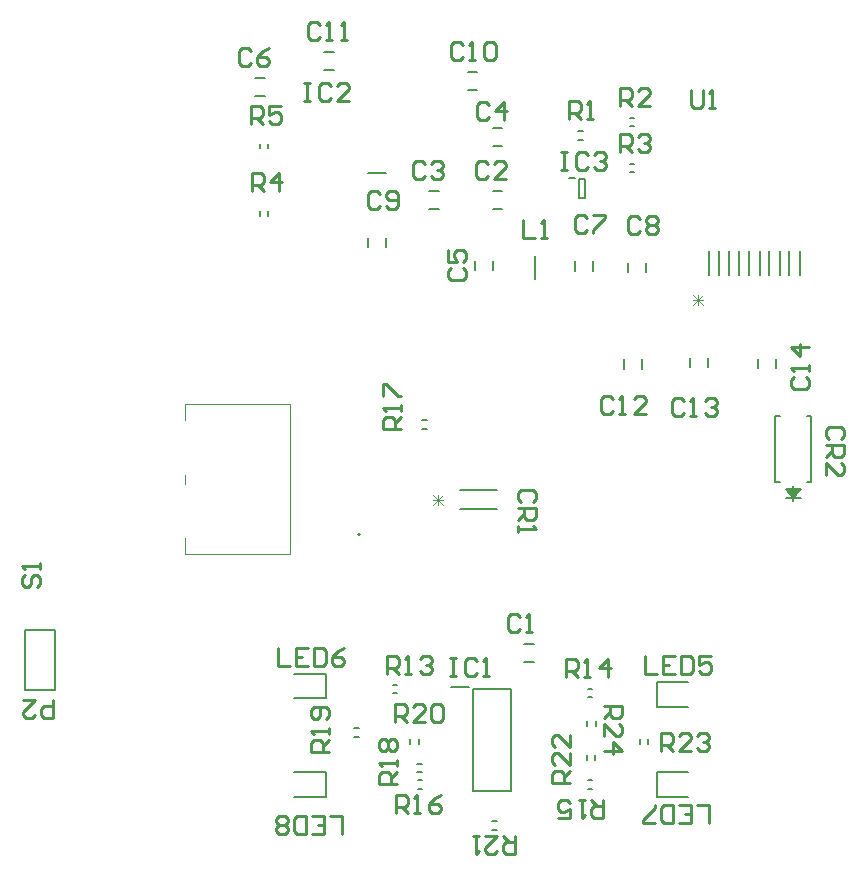
<source format=gto>
G04*
G04 #@! TF.GenerationSoftware,Altium Limited,Altium Designer,22.2.1 (43)*
G04*
G04 Layer_Color=65535*
%FSLAX25Y25*%
%MOIN*%
G70*
G04*
G04 #@! TF.SameCoordinates,1B490597-E986-4BE8-99EB-E72609ADCA5A*
G04*
G04*
G04 #@! TF.FilePolarity,Positive*
G04*
G01*
G75*
%ADD10C,0.00787*%
%ADD11C,0.00394*%
%ADD12C,0.00600*%
%ADD13C,0.00300*%
%ADD14C,0.01000*%
D10*
X114974Y-189598D02*
G03*
X114974Y-188810I0J394D01*
G01*
D02*
G03*
X114974Y-189598I0J-394D01*
G01*
X203347Y-133890D02*
Y-130740D01*
X209253Y-133890D02*
Y-130740D01*
X231353Y-133390D02*
Y-130240D01*
X225447Y-133390D02*
Y-130240D01*
X247947Y-133675D02*
Y-130525D01*
X253853Y-133675D02*
Y-130525D01*
X84778Y-60440D02*
Y-58865D01*
X82022Y-60440D02*
Y-58865D01*
X84778Y-82835D02*
Y-81260D01*
X82022Y-82835D02*
Y-81260D01*
X173800Y-104037D02*
Y-96163D01*
X188215Y-70619D02*
X190183D01*
Y-76918D02*
Y-70619D01*
X188215Y-76918D02*
X190183D01*
X188215D02*
Y-70619D01*
X184967Y-70225D02*
X186837D01*
X117977Y-68757D02*
X123981D01*
X80440Y-42953D02*
X83590D01*
X80440Y-37047D02*
X83590D01*
X151325Y-40953D02*
X154475D01*
X151325Y-35047D02*
X154475D01*
X118024Y-93275D02*
Y-90125D01*
X123930Y-93275D02*
Y-90125D01*
X103410Y-34153D02*
X106560D01*
X103410Y-28247D02*
X106560D01*
X188013Y-54722D02*
X189587D01*
X188013Y-57478D02*
X189587D01*
X205213Y-50322D02*
X206787D01*
X205213Y-53078D02*
X206787D01*
X138425Y-74647D02*
X141575D01*
X138425Y-80553D02*
X141575D01*
X159525Y-74647D02*
X162675D01*
X159525Y-80553D02*
X162675D01*
X205165Y-68278D02*
X206740D01*
X205165Y-65522D02*
X206740D01*
X204647Y-101775D02*
Y-98625D01*
X210553Y-101775D02*
Y-98625D01*
X187047Y-101175D02*
Y-98025D01*
X192953Y-101175D02*
Y-98025D01*
X170110Y-231553D02*
X173260D01*
X170110Y-225647D02*
X173260D01*
X13700Y-241000D02*
Y-221000D01*
X3700D02*
X13700D01*
X3700Y-241000D02*
Y-221000D01*
Y-241000D02*
X13700D01*
X214210Y-238366D02*
X224643D01*
X214210Y-246634D02*
Y-238366D01*
Y-246634D02*
X224643D01*
X153029Y-240472D02*
X165628D01*
Y-274528D02*
Y-240472D01*
X153029Y-274528D02*
X165628D01*
X153029D02*
Y-240472D01*
X145549Y-239843D02*
X151651D01*
X93457Y-243734D02*
X103890D01*
Y-235466D01*
X93457D02*
X103890D01*
X191165Y-243278D02*
X192740D01*
X191165Y-240522D02*
X192740D01*
X126213Y-239322D02*
X127787D01*
X126213Y-242078D02*
X127787D01*
X159525Y-59653D02*
X162675D01*
X159525Y-53747D02*
X162675D01*
X159653Y-100975D02*
Y-97825D01*
X153747Y-100975D02*
Y-97825D01*
X214210Y-268366D02*
X224643D01*
X214210Y-276634D02*
Y-268366D01*
Y-276634D02*
X224643D01*
X191165Y-273878D02*
X192740D01*
X191165Y-271122D02*
X192740D01*
X93457Y-276634D02*
X103890D01*
Y-268366D01*
X93457D02*
X103890D01*
X134560Y-271122D02*
X136135D01*
X134560Y-273878D02*
X136135D01*
X136013Y-153878D02*
X137587D01*
X136013Y-151122D02*
X137587D01*
X134413Y-268278D02*
X135987D01*
X134413Y-265522D02*
X135987D01*
X113360Y-256484D02*
X114935D01*
X113360Y-253728D02*
X114935D01*
X132122Y-258846D02*
Y-257271D01*
X134878Y-258846D02*
Y-257271D01*
X159465Y-287478D02*
X161040D01*
X159465Y-284722D02*
X161040D01*
X193778Y-264187D02*
Y-262613D01*
X191022Y-264187D02*
Y-262613D01*
X211378Y-258846D02*
Y-257271D01*
X208622Y-258846D02*
Y-257271D01*
X191122Y-252940D02*
Y-251365D01*
X193878Y-252940D02*
Y-251365D01*
D11*
X57100Y-151015D02*
Y-145700D01*
X92139D01*
Y-195700D02*
Y-145700D01*
X57100Y-195700D02*
X92139D01*
X57100D02*
Y-190385D01*
Y-172275D02*
Y-169125D01*
D12*
X261886Y-102500D02*
Y-94510D01*
X255193Y-102500D02*
Y-94510D01*
X248500Y-102500D02*
Y-94510D01*
X241807Y-102500D02*
Y-94510D01*
X235114Y-102500D02*
Y-94510D01*
X258286Y-102500D02*
Y-94510D01*
X251593Y-102500D02*
Y-94510D01*
X244900Y-102500D02*
Y-94510D01*
X238207Y-102500D02*
Y-94510D01*
X231514Y-102500D02*
Y-94510D01*
X148790Y-174242D02*
X161010D01*
X148790Y-180558D02*
X161010D01*
X264360Y-171500D02*
X265800D01*
X253800D02*
X255240D01*
X253800D02*
Y-149700D01*
X264360D02*
X265800D01*
Y-171500D02*
Y-149700D01*
X257300Y-174000D02*
X262300D01*
X259800Y-177000D02*
X260300Y-174000D01*
X259800Y-177000D02*
X260800Y-174000D01*
X259800Y-177000D02*
X261300Y-174000D01*
X259800Y-177000D02*
X261800Y-174000D01*
X259800Y-177000D02*
X262300Y-174000D01*
X259300D02*
X259800Y-177000D01*
X258800Y-174000D02*
X259800Y-177000D01*
X258300Y-174000D02*
X259800Y-177000D01*
X257800Y-174000D02*
X259800Y-177000D01*
X257300Y-174000D02*
X259800Y-177000D01*
X257300D02*
X262300D01*
X259800Y-178000D02*
Y-173000D01*
X253800Y-149700D02*
X255240D01*
D13*
X226218Y-109135D02*
X229550Y-112467D01*
X226218D02*
X229550Y-109135D01*
X226218Y-110801D02*
X229550D01*
X227884Y-112467D02*
Y-109135D01*
X139700Y-176035D02*
X143032Y-179367D01*
X139700D02*
X143032Y-176035D01*
X139700Y-177701D02*
X143032D01*
X141366Y-179367D02*
Y-176035D01*
D14*
X260001Y-136599D02*
X259001Y-137599D01*
Y-139598D01*
X260001Y-140598D01*
X263999D01*
X264999Y-139598D01*
Y-137599D01*
X263999Y-136599D01*
X264999Y-134599D02*
Y-132600D01*
Y-133600D01*
X259001D01*
X260001Y-134599D01*
X264999Y-126602D02*
X259001D01*
X262000Y-129601D01*
Y-125602D01*
X225801Y-41101D02*
Y-46099D01*
X226801Y-47099D01*
X228800D01*
X229800Y-46099D01*
Y-41101D01*
X231799Y-47099D02*
X233799D01*
X232799D01*
Y-41101D01*
X231799Y-42101D01*
X223201Y-144701D02*
X222201Y-143701D01*
X220202D01*
X219202Y-144701D01*
Y-148699D01*
X220202Y-149699D01*
X222201D01*
X223201Y-148699D01*
X225201Y-149699D02*
X227200D01*
X226200D01*
Y-143701D01*
X225201Y-144701D01*
X230199D02*
X231199Y-143701D01*
X233198D01*
X234198Y-144701D01*
Y-145700D01*
X233198Y-146700D01*
X232198D01*
X233198D01*
X234198Y-147700D01*
Y-148699D01*
X233198Y-149699D01*
X231199D01*
X230199Y-148699D01*
X199501Y-143801D02*
X198502Y-142801D01*
X196502D01*
X195502Y-143801D01*
Y-147799D01*
X196502Y-148799D01*
X198502D01*
X199501Y-147799D01*
X201501Y-148799D02*
X203500D01*
X202500D01*
Y-142801D01*
X201501Y-143801D01*
X210498Y-148799D02*
X206499D01*
X210498Y-144800D01*
Y-143801D01*
X209498Y-142801D01*
X207499D01*
X206499Y-143801D01*
X78902Y-52399D02*
Y-46401D01*
X81901D01*
X82900Y-47401D01*
Y-49400D01*
X81901Y-50400D01*
X78902D01*
X80901D02*
X82900Y-52399D01*
X88898Y-46401D02*
X84900D01*
Y-49400D01*
X86899Y-48400D01*
X87899D01*
X88898Y-49400D01*
Y-51399D01*
X87899Y-52399D01*
X85899D01*
X84900Y-51399D01*
X79302Y-74499D02*
Y-68501D01*
X82301D01*
X83300Y-69501D01*
Y-71500D01*
X82301Y-72500D01*
X79302D01*
X81301D02*
X83300Y-74499D01*
X88299D02*
Y-68501D01*
X85300Y-71500D01*
X89298D01*
X202000Y-61500D02*
Y-55502D01*
X204999D01*
X205999Y-56502D01*
Y-58501D01*
X204999Y-59501D01*
X202000D01*
X203999D02*
X205999Y-61500D01*
X207998Y-56502D02*
X208998Y-55502D01*
X210997D01*
X211997Y-56502D01*
Y-57501D01*
X210997Y-58501D01*
X209997D01*
X210997D01*
X211997Y-59501D01*
Y-60500D01*
X210997Y-61500D01*
X208998D01*
X207998Y-60500D01*
X202100Y-46300D02*
Y-40302D01*
X205099D01*
X206099Y-41302D01*
Y-43301D01*
X205099Y-44301D01*
X202100D01*
X204099D02*
X206099Y-46300D01*
X212097D02*
X208098D01*
X212097Y-42301D01*
Y-41302D01*
X211097Y-40302D01*
X209098D01*
X208098Y-41302D01*
X184900Y-50700D02*
Y-44702D01*
X187899D01*
X188899Y-45702D01*
Y-47701D01*
X187899Y-48701D01*
X184900D01*
X186899D02*
X188899Y-50700D01*
X190898D02*
X192897D01*
X191898D01*
Y-44702D01*
X190898Y-45702D01*
X169801Y-84201D02*
Y-90199D01*
X173800D01*
X175799D02*
X177799D01*
X176799D01*
Y-84201D01*
X175799Y-85201D01*
X182402Y-61501D02*
X184402D01*
X183402D01*
Y-67499D01*
X182402D01*
X184402D01*
X191400Y-62501D02*
X190400Y-61501D01*
X188400D01*
X187401Y-62501D01*
Y-66499D01*
X188400Y-67499D01*
X190400D01*
X191400Y-66499D01*
X193399Y-62501D02*
X194399Y-61501D01*
X196398D01*
X197398Y-62501D01*
Y-63500D01*
X196398Y-64500D01*
X195398D01*
X196398D01*
X197398Y-65500D01*
Y-66499D01*
X196398Y-67499D01*
X194399D01*
X193399Y-66499D01*
X96500Y-38702D02*
X98499D01*
X97500D01*
Y-44700D01*
X96500D01*
X98499D01*
X105497Y-39702D02*
X104497Y-38702D01*
X102498D01*
X101498Y-39702D01*
Y-43700D01*
X102498Y-44700D01*
X104497D01*
X105497Y-43700D01*
X111495Y-44700D02*
X107496D01*
X111495Y-40701D01*
Y-39702D01*
X110495Y-38702D01*
X108496D01*
X107496Y-39702D01*
X101899Y-19302D02*
X100899Y-18302D01*
X98900D01*
X97900Y-19302D01*
Y-23300D01*
X98900Y-24300D01*
X100899D01*
X101899Y-23300D01*
X103898Y-24300D02*
X105897D01*
X104898D01*
Y-18302D01*
X103898Y-19302D01*
X108896Y-24300D02*
X110896D01*
X109896D01*
Y-18302D01*
X108896Y-19302D01*
X149799Y-26102D02*
X148799Y-25102D01*
X146800D01*
X145800Y-26102D01*
Y-30100D01*
X146800Y-31100D01*
X148799D01*
X149799Y-30100D01*
X151798Y-31100D02*
X153797D01*
X152798D01*
Y-25102D01*
X151798Y-26102D01*
X156796D02*
X157796Y-25102D01*
X159795D01*
X160795Y-26102D01*
Y-30100D01*
X159795Y-31100D01*
X157796D01*
X156796Y-30100D01*
Y-26102D01*
X121999Y-75602D02*
X120999Y-74602D01*
X119000D01*
X118000Y-75602D01*
Y-79600D01*
X119000Y-80600D01*
X120999D01*
X121999Y-79600D01*
X123998D02*
X124998Y-80600D01*
X126997D01*
X127997Y-79600D01*
Y-75602D01*
X126997Y-74602D01*
X124998D01*
X123998Y-75602D01*
Y-76601D01*
X124998Y-77601D01*
X127997D01*
X208699Y-84102D02*
X207699Y-83102D01*
X205700D01*
X204700Y-84102D01*
Y-88100D01*
X205700Y-89100D01*
X207699D01*
X208699Y-88100D01*
X210698Y-84102D02*
X211698Y-83102D01*
X213697D01*
X214697Y-84102D01*
Y-85101D01*
X213697Y-86101D01*
X214697Y-87101D01*
Y-88100D01*
X213697Y-89100D01*
X211698D01*
X210698Y-88100D01*
Y-87101D01*
X211698Y-86101D01*
X210698Y-85101D01*
Y-84102D01*
X211698Y-86101D02*
X213697D01*
X191099Y-83502D02*
X190099Y-82502D01*
X188100D01*
X187100Y-83502D01*
Y-87500D01*
X188100Y-88500D01*
X190099D01*
X191099Y-87500D01*
X193098Y-82502D02*
X197097D01*
Y-83502D01*
X193098Y-87500D01*
Y-88500D01*
X78899Y-28102D02*
X77899Y-27102D01*
X75900D01*
X74900Y-28102D01*
Y-32100D01*
X75900Y-33100D01*
X77899D01*
X78899Y-32100D01*
X84897Y-27102D02*
X82897Y-28102D01*
X80898Y-30101D01*
Y-32100D01*
X81898Y-33100D01*
X83897D01*
X84897Y-32100D01*
Y-31101D01*
X83897Y-30101D01*
X80898D01*
X136899Y-65702D02*
X135899Y-64702D01*
X133900D01*
X132900Y-65702D01*
Y-69700D01*
X133900Y-70700D01*
X135899D01*
X136899Y-69700D01*
X138898Y-65702D02*
X139898Y-64702D01*
X141897D01*
X142897Y-65702D01*
Y-66701D01*
X141897Y-67701D01*
X140897D01*
X141897D01*
X142897Y-68701D01*
Y-69700D01*
X141897Y-70700D01*
X139898D01*
X138898Y-69700D01*
X157999Y-65702D02*
X156999Y-64702D01*
X155000D01*
X154000Y-65702D01*
Y-69700D01*
X155000Y-70700D01*
X156999D01*
X157999Y-69700D01*
X163997Y-70700D02*
X159998D01*
X163997Y-66701D01*
Y-65702D01*
X162997Y-64702D01*
X160998D01*
X159998Y-65702D01*
X168599Y-216702D02*
X167599Y-215702D01*
X165600D01*
X164600Y-216702D01*
Y-220700D01*
X165600Y-221700D01*
X167599D01*
X168599Y-220700D01*
X170598Y-221700D02*
X172597D01*
X171598D01*
Y-215702D01*
X170598Y-216702D01*
X275799Y-157401D02*
X276799Y-156402D01*
Y-154402D01*
X275799Y-153403D01*
X271801D01*
X270801Y-154402D01*
Y-156402D01*
X271801Y-157401D01*
X270801Y-159401D02*
X276799D01*
Y-162400D01*
X275799Y-163399D01*
X273800D01*
X272800Y-162400D01*
Y-159401D01*
Y-161400D02*
X270801Y-163399D01*
Y-169397D02*
Y-165399D01*
X274800Y-169397D01*
X275799D01*
X276799Y-168398D01*
Y-166398D01*
X275799Y-165399D01*
X173148Y-178449D02*
X174148Y-177449D01*
Y-175450D01*
X173148Y-174450D01*
X169150D01*
X168150Y-175450D01*
Y-177449D01*
X169150Y-178449D01*
X168150Y-180448D02*
X174148D01*
Y-183447D01*
X173148Y-184447D01*
X171149D01*
X170149Y-183447D01*
Y-180448D01*
Y-182447D02*
X168150Y-184447D01*
Y-186446D02*
Y-188445D01*
Y-187446D01*
X174148D01*
X173148Y-186446D01*
X3701Y-202700D02*
X2701Y-203700D01*
Y-205699D01*
X3701Y-206699D01*
X4700D01*
X5700Y-205699D01*
Y-203700D01*
X6700Y-202700D01*
X7699D01*
X8699Y-203700D01*
Y-205699D01*
X7699Y-206699D01*
X8699Y-200701D02*
Y-198701D01*
Y-199701D01*
X2701D01*
X3701Y-200701D01*
X196501Y-246403D02*
X202499D01*
Y-249402D01*
X201499Y-250401D01*
X199500D01*
X198500Y-249402D01*
Y-246403D01*
Y-248402D02*
X196501Y-250401D01*
Y-256399D02*
Y-252401D01*
X200500Y-256399D01*
X201499D01*
X202499Y-255400D01*
Y-253400D01*
X201499Y-252401D01*
X196501Y-261398D02*
X202499D01*
X199500Y-258399D01*
Y-262397D01*
X215503Y-261399D02*
Y-255401D01*
X218502D01*
X219501Y-256401D01*
Y-258400D01*
X218502Y-259400D01*
X215503D01*
X217502D02*
X219501Y-261399D01*
X225499D02*
X221501D01*
X225499Y-257400D01*
Y-256401D01*
X224500Y-255401D01*
X222500D01*
X221501Y-256401D01*
X227499D02*
X228498Y-255401D01*
X230498D01*
X231497Y-256401D01*
Y-257400D01*
X230498Y-258400D01*
X229498D01*
X230498D01*
X231497Y-259400D01*
Y-260399D01*
X230498Y-261399D01*
X228498D01*
X227499Y-260399D01*
X185299Y-272097D02*
X179301D01*
Y-269098D01*
X180301Y-268099D01*
X182300D01*
X183300Y-269098D01*
Y-272097D01*
Y-270098D02*
X185299Y-268099D01*
Y-262101D02*
Y-266099D01*
X181300Y-262101D01*
X180301D01*
X179301Y-263100D01*
Y-265100D01*
X180301Y-266099D01*
X185299Y-256103D02*
Y-260101D01*
X181300Y-256103D01*
X180301D01*
X179301Y-257102D01*
Y-259102D01*
X180301Y-260101D01*
X166998Y-289501D02*
Y-295499D01*
X163999D01*
X162999Y-294499D01*
Y-292500D01*
X163999Y-291500D01*
X166998D01*
X164998D02*
X162999Y-289501D01*
X157001D02*
X161000D01*
X157001Y-293500D01*
Y-294499D01*
X158001Y-295499D01*
X160000D01*
X161000Y-294499D01*
X155002Y-289501D02*
X153002D01*
X154002D01*
Y-295499D01*
X155002Y-294499D01*
X126903Y-251599D02*
Y-245601D01*
X129902D01*
X130901Y-246601D01*
Y-248600D01*
X129902Y-249600D01*
X126903D01*
X128902D02*
X130901Y-251599D01*
X136899D02*
X132901D01*
X136899Y-247600D01*
Y-246601D01*
X135900Y-245601D01*
X133900D01*
X132901Y-246601D01*
X138899D02*
X139898Y-245601D01*
X141898D01*
X142897Y-246601D01*
Y-250599D01*
X141898Y-251599D01*
X139898D01*
X138899Y-250599D01*
Y-246601D01*
X104999Y-261498D02*
X99001D01*
Y-258499D01*
X100001Y-257499D01*
X102000D01*
X103000Y-258499D01*
Y-261498D01*
Y-259498D02*
X104999Y-257499D01*
Y-255500D02*
Y-253500D01*
Y-254500D01*
X99001D01*
X100001Y-255500D01*
X103999Y-250501D02*
X104999Y-249501D01*
Y-247502D01*
X103999Y-246502D01*
X100001D01*
X99001Y-247502D01*
Y-249501D01*
X100001Y-250501D01*
X101000D01*
X102000Y-249501D01*
Y-246502D01*
X127799Y-272398D02*
X121801D01*
Y-269398D01*
X122801Y-268399D01*
X124800D01*
X125800Y-269398D01*
Y-272398D01*
Y-270398D02*
X127799Y-268399D01*
Y-266400D02*
Y-264400D01*
Y-265400D01*
X121801D01*
X122801Y-266400D01*
Y-261401D02*
X121801Y-260402D01*
Y-258402D01*
X122801Y-257402D01*
X123800D01*
X124800Y-258402D01*
X125800Y-257402D01*
X126799D01*
X127799Y-258402D01*
Y-260402D01*
X126799Y-261401D01*
X125800D01*
X124800Y-260402D01*
X123800Y-261401D01*
X122801D01*
X124800Y-260402D02*
Y-258402D01*
X128850Y-153850D02*
X122852D01*
Y-150851D01*
X123852Y-149851D01*
X125851D01*
X126851Y-150851D01*
Y-153850D01*
Y-151851D02*
X128850Y-149851D01*
Y-147852D02*
Y-145853D01*
Y-146852D01*
X122852D01*
X123852Y-147852D01*
X122852Y-142854D02*
Y-138855D01*
X123852D01*
X127850Y-142854D01*
X128850D01*
X127202Y-282099D02*
Y-276101D01*
X130201D01*
X131201Y-277101D01*
Y-279100D01*
X130201Y-280100D01*
X127202D01*
X129202D02*
X131201Y-282099D01*
X133201D02*
X135200D01*
X134200D01*
Y-276101D01*
X133201Y-277101D01*
X142198Y-276101D02*
X140198Y-277101D01*
X138199Y-279100D01*
Y-281099D01*
X139199Y-282099D01*
X141198D01*
X142198Y-281099D01*
Y-280100D01*
X141198Y-279100D01*
X138199D01*
X196198Y-277701D02*
Y-283699D01*
X193199D01*
X192199Y-282699D01*
Y-280700D01*
X193199Y-279700D01*
X196198D01*
X194198D02*
X192199Y-277701D01*
X190199D02*
X188200D01*
X189200D01*
Y-283699D01*
X190199Y-282699D01*
X181202Y-283699D02*
X185201D01*
Y-280700D01*
X183202Y-281700D01*
X182202D01*
X181202Y-280700D01*
Y-278701D01*
X182202Y-277701D01*
X184201D01*
X185201Y-278701D01*
X184102Y-236599D02*
Y-230601D01*
X187101D01*
X188101Y-231601D01*
Y-233600D01*
X187101Y-234600D01*
X184102D01*
X186102D02*
X188101Y-236599D01*
X190101D02*
X192100D01*
X191100D01*
Y-230601D01*
X190101Y-231601D01*
X198098Y-236599D02*
Y-230601D01*
X195099Y-233600D01*
X199098D01*
X124202Y-235499D02*
Y-229501D01*
X127201D01*
X128201Y-230501D01*
Y-232500D01*
X127201Y-233500D01*
X124202D01*
X126202D02*
X128201Y-235499D01*
X130201D02*
X132200D01*
X131200D01*
Y-229501D01*
X130201Y-230501D01*
X135199D02*
X136199Y-229501D01*
X138198D01*
X139198Y-230501D01*
Y-231500D01*
X138198Y-232500D01*
X137198D01*
X138198D01*
X139198Y-233500D01*
Y-234499D01*
X138198Y-235499D01*
X136199D01*
X135199Y-234499D01*
X13050Y-244350D02*
Y-250348D01*
X10051D01*
X9051Y-249348D01*
Y-247349D01*
X10051Y-246349D01*
X13050D01*
X3053Y-244350D02*
X7052D01*
X3053Y-248349D01*
Y-249348D01*
X4053Y-250348D01*
X6052D01*
X7052Y-249348D01*
X109396Y-288999D02*
Y-283001D01*
X105398D01*
X99400Y-288999D02*
X103398D01*
Y-283001D01*
X99400D01*
X103398Y-286000D02*
X101399D01*
X97400Y-288999D02*
Y-283001D01*
X94401D01*
X93402Y-284001D01*
Y-287999D01*
X94401Y-288999D01*
X97400D01*
X91402Y-287999D02*
X90403Y-288999D01*
X88403D01*
X87404Y-287999D01*
Y-287000D01*
X88403Y-286000D01*
X87404Y-285000D01*
Y-284001D01*
X88403Y-283001D01*
X90403D01*
X91402Y-284001D01*
Y-285000D01*
X90403Y-286000D01*
X91402Y-287000D01*
Y-287999D01*
X90403Y-286000D02*
X88403D01*
X231696Y-285199D02*
Y-279201D01*
X227698D01*
X221700Y-285199D02*
X225698D01*
Y-279201D01*
X221700D01*
X225698Y-282200D02*
X223699D01*
X219700Y-285199D02*
Y-279201D01*
X216701D01*
X215702Y-280201D01*
Y-284199D01*
X216701Y-285199D01*
X219700D01*
X213702D02*
X209703D01*
Y-284199D01*
X213702Y-280201D01*
Y-279201D01*
X88104Y-226901D02*
Y-232899D01*
X92102D01*
X98100Y-226901D02*
X94102D01*
Y-232899D01*
X98100D01*
X94102Y-229900D02*
X96101D01*
X100100Y-226901D02*
Y-232899D01*
X103099D01*
X104098Y-231899D01*
Y-227901D01*
X103099Y-226901D01*
X100100D01*
X110097D02*
X108097Y-227901D01*
X106098Y-229900D01*
Y-231899D01*
X107097Y-232899D01*
X109097D01*
X110097Y-231899D01*
Y-230900D01*
X109097Y-229900D01*
X106098D01*
X210304Y-229501D02*
Y-235499D01*
X214302D01*
X220300Y-229501D02*
X216302D01*
Y-235499D01*
X220300D01*
X216302Y-232500D02*
X218301D01*
X222300Y-229501D02*
Y-235499D01*
X225299D01*
X226298Y-234499D01*
Y-230501D01*
X225299Y-229501D01*
X222300D01*
X232296D02*
X228298D01*
Y-232500D01*
X230297Y-231500D01*
X231297D01*
X232296Y-232500D01*
Y-234499D01*
X231297Y-235499D01*
X229297D01*
X228298Y-234499D01*
X145478Y-230152D02*
X147478D01*
X146478D01*
Y-236150D01*
X145478D01*
X147478D01*
X154475Y-231152D02*
X153476Y-230152D01*
X151476D01*
X150477Y-231152D01*
Y-235150D01*
X151476Y-236150D01*
X153476D01*
X154475Y-235150D01*
X156475Y-236150D02*
X158474D01*
X157475D01*
Y-230152D01*
X156475Y-231152D01*
X145601Y-100400D02*
X144601Y-101399D01*
Y-103399D01*
X145601Y-104398D01*
X149599D01*
X150599Y-103399D01*
Y-101399D01*
X149599Y-100400D01*
X144601Y-94402D02*
Y-98400D01*
X147600D01*
X146600Y-96401D01*
Y-95401D01*
X147600Y-94402D01*
X149599D01*
X150599Y-95401D01*
Y-97401D01*
X149599Y-98400D01*
X158300Y-46101D02*
X157301Y-45101D01*
X155301D01*
X154302Y-46101D01*
Y-50099D01*
X155301Y-51099D01*
X157301D01*
X158300Y-50099D01*
X163299Y-51099D02*
Y-45101D01*
X160300Y-48100D01*
X164298D01*
M02*

</source>
